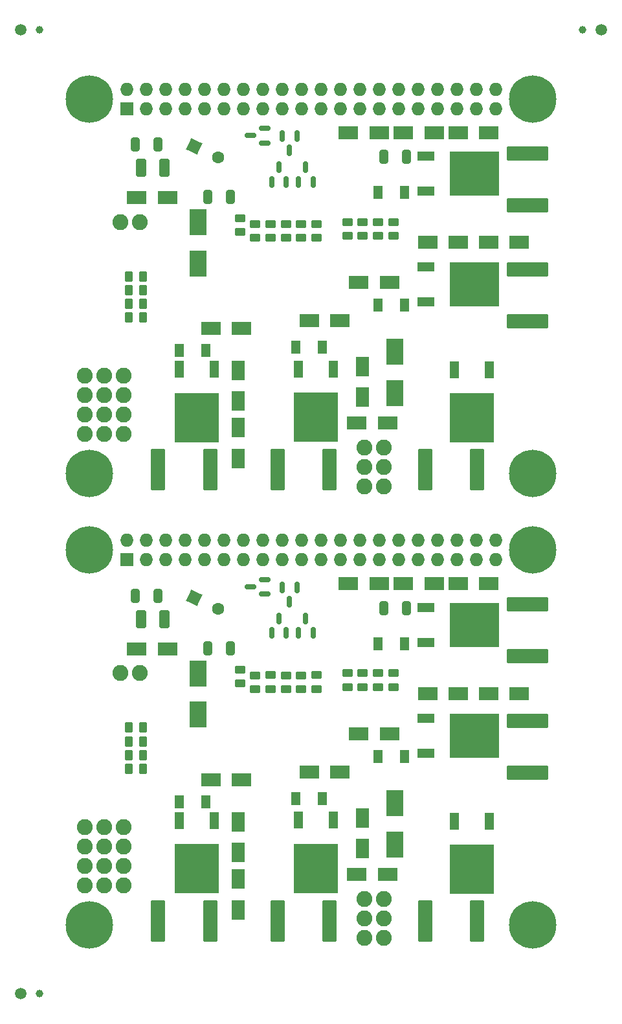
<source format=gbs>
G04 #@! TF.GenerationSoftware,KiCad,Pcbnew,6.0.7+dfsg-1+b1*
G04 #@! TF.CreationDate,2022-09-08T22:48:16+01:00*
G04 #@! TF.ProjectId,panel,70616e65-6c2e-46b6-9963-61645f706362,rev?*
G04 #@! TF.SameCoordinates,Original*
G04 #@! TF.FileFunction,Soldermask,Bot*
G04 #@! TF.FilePolarity,Negative*
%FSLAX46Y46*%
G04 Gerber Fmt 4.6, Leading zero omitted, Abs format (unit mm)*
G04 Created by KiCad (PCBNEW 6.0.7+dfsg-1+b1) date 2022-09-08 22:48:16*
%MOMM*%
%LPD*%
G01*
G04 APERTURE LIST*
G04 Aperture macros list*
%AMRoundRect*
0 Rectangle with rounded corners*
0 $1 Rounding radius*
0 $2 $3 $4 $5 $6 $7 $8 $9 X,Y pos of 4 corners*
0 Add a 4 corners polygon primitive as box body*
4,1,4,$2,$3,$4,$5,$6,$7,$8,$9,$2,$3,0*
0 Add four circle primitives for the rounded corners*
1,1,$1+$1,$2,$3*
1,1,$1+$1,$4,$5*
1,1,$1+$1,$6,$7*
1,1,$1+$1,$8,$9*
0 Add four rect primitives between the rounded corners*
20,1,$1+$1,$2,$3,$4,$5,0*
20,1,$1+$1,$4,$5,$6,$7,0*
20,1,$1+$1,$6,$7,$8,$9,0*
20,1,$1+$1,$8,$9,$2,$3,0*%
%AMRotRect*
0 Rectangle, with rotation*
0 The origin of the aperture is its center*
0 $1 length*
0 $2 width*
0 $3 Rotation angle, in degrees counterclockwise*
0 Add horizontal line*
21,1,$1,$2,0,0,$3*%
G04 Aperture macros list end*
%ADD10C,1.500000*%
%ADD11C,6.200000*%
%ADD12C,2.082800*%
%ADD13R,1.727200X1.727200*%
%ADD14O,1.727200X1.727200*%
%ADD15RoundRect,0.250000X0.262500X0.450000X-0.262500X0.450000X-0.262500X-0.450000X0.262500X-0.450000X0*%
%ADD16R,2.500000X1.800000*%
%ADD17RoundRect,0.250000X-0.450000X0.262500X-0.450000X-0.262500X0.450000X-0.262500X0.450000X0.262500X0*%
%ADD18RoundRect,0.250000X0.325000X0.650000X-0.325000X0.650000X-0.325000X-0.650000X0.325000X-0.650000X0*%
%ADD19R,1.300000X1.700000*%
%ADD20C,1.000000*%
%ADD21RoundRect,0.250000X-2.475000X0.712500X-2.475000X-0.712500X2.475000X-0.712500X2.475000X0.712500X0*%
%ADD22R,2.300000X3.500000*%
%ADD23R,1.800000X2.500000*%
%ADD24RotRect,1.600000X1.600000X335.000000*%
%ADD25C,1.600000*%
%ADD26RoundRect,0.150000X0.150000X-0.587500X0.150000X0.587500X-0.150000X0.587500X-0.150000X-0.587500X0*%
%ADD27RoundRect,0.250000X-0.325000X-0.650000X0.325000X-0.650000X0.325000X0.650000X-0.325000X0.650000X0*%
%ADD28RoundRect,0.150000X-0.150000X0.587500X-0.150000X-0.587500X0.150000X-0.587500X0.150000X0.587500X0*%
%ADD29RoundRect,0.250000X-0.412500X-0.925000X0.412500X-0.925000X0.412500X0.925000X-0.412500X0.925000X0*%
%ADD30RoundRect,0.150000X0.587500X0.150000X-0.587500X0.150000X-0.587500X-0.150000X0.587500X-0.150000X0*%
%ADD31R,1.200000X2.200000*%
%ADD32R,5.800000X6.400000*%
%ADD33RoundRect,0.250000X0.712500X2.475000X-0.712500X2.475000X-0.712500X-2.475000X0.712500X-2.475000X0*%
%ADD34R,2.200000X1.200000*%
%ADD35R,6.400000X5.800000*%
%ADD36RoundRect,0.250000X-0.712500X-2.475000X0.712500X-2.475000X0.712500X2.475000X-0.712500X2.475000X0*%
G04 APERTURE END LIST*
D10*
X17500000Y-143500000D03*
D11*
X84500000Y-26500000D03*
D10*
X17500000Y-17500000D03*
X93500000Y-17500000D03*
D12*
X64999379Y-77206800D03*
X62459379Y-77206800D03*
X64999379Y-74666800D03*
X62459379Y-74666800D03*
X64999379Y-72126800D03*
X62459379Y-72126800D03*
D13*
X31370000Y-27770000D03*
D14*
X31370000Y-25230000D03*
X33910000Y-27770000D03*
X33910000Y-25230000D03*
X36450000Y-27770000D03*
X36450000Y-25230000D03*
X38990000Y-27770000D03*
X38990000Y-25230000D03*
X41530000Y-27770000D03*
X41530000Y-25230000D03*
X44070000Y-27770000D03*
X44070000Y-25230000D03*
X46610000Y-27770000D03*
X46610000Y-25230000D03*
X49150000Y-27770000D03*
X49150000Y-25230000D03*
X51690000Y-27770000D03*
X51690000Y-25230000D03*
X54230000Y-27770000D03*
X54230000Y-25230000D03*
X56770000Y-27770000D03*
X56770000Y-25230000D03*
X59310000Y-27770000D03*
X59310000Y-25230000D03*
X61850000Y-27770000D03*
X61850000Y-25230000D03*
X64390000Y-27770000D03*
X64390000Y-25230000D03*
X66930000Y-27770000D03*
X66930000Y-25230000D03*
X69470000Y-27770000D03*
X69470000Y-25230000D03*
X72010000Y-27770000D03*
X72010000Y-25230000D03*
X74550000Y-27770000D03*
X74550000Y-25230000D03*
X77090000Y-27770000D03*
X77090000Y-25230000D03*
X79630000Y-27770000D03*
X79630000Y-25230000D03*
D11*
X84500000Y-75500000D03*
D12*
X33140000Y-42590000D03*
X30600000Y-42590000D03*
D13*
X31370000Y-86770000D03*
D14*
X31370000Y-84230000D03*
X33910000Y-86770000D03*
X33910000Y-84230000D03*
X36450000Y-86770000D03*
X36450000Y-84230000D03*
X38990000Y-86770000D03*
X38990000Y-84230000D03*
X41530000Y-86770000D03*
X41530000Y-84230000D03*
X44070000Y-86770000D03*
X44070000Y-84230000D03*
X46610000Y-86770000D03*
X46610000Y-84230000D03*
X49150000Y-86770000D03*
X49150000Y-84230000D03*
X51690000Y-86770000D03*
X51690000Y-84230000D03*
X54230000Y-86770000D03*
X54230000Y-84230000D03*
X56770000Y-86770000D03*
X56770000Y-84230000D03*
X59310000Y-86770000D03*
X59310000Y-84230000D03*
X61850000Y-86770000D03*
X61850000Y-84230000D03*
X64390000Y-86770000D03*
X64390000Y-84230000D03*
X66930000Y-86770000D03*
X66930000Y-84230000D03*
X69470000Y-86770000D03*
X69470000Y-84230000D03*
X72010000Y-86770000D03*
X72010000Y-84230000D03*
X74550000Y-86770000D03*
X74550000Y-84230000D03*
X77090000Y-86770000D03*
X77090000Y-84230000D03*
X79630000Y-86770000D03*
X79630000Y-84230000D03*
D11*
X84500000Y-85500000D03*
X84500000Y-134500000D03*
D12*
X31020000Y-129290000D03*
X28480000Y-129290000D03*
X31020000Y-126750000D03*
X28480000Y-126750000D03*
X31020000Y-124210000D03*
X28480000Y-124210000D03*
X31020000Y-121670000D03*
X28480000Y-121670000D03*
D11*
X26500000Y-26500000D03*
D12*
X64999379Y-136206800D03*
X62459379Y-136206800D03*
X64999379Y-133666800D03*
X62459379Y-133666800D03*
X64999379Y-131126800D03*
X62459379Y-131126800D03*
D11*
X26500000Y-85500000D03*
D12*
X33140000Y-101590000D03*
X30600000Y-101590000D03*
X31020000Y-70290000D03*
X28480000Y-70290000D03*
X31020000Y-67750000D03*
X28480000Y-67750000D03*
X31020000Y-65210000D03*
X28480000Y-65210000D03*
X31020000Y-62670000D03*
X28480000Y-62670000D03*
X25920000Y-62670000D03*
X25920000Y-65210000D03*
X25920000Y-67750000D03*
X25920000Y-70290000D03*
D11*
X26500000Y-75500000D03*
D12*
X25920000Y-121670000D03*
X25920000Y-124210000D03*
X25920000Y-126750000D03*
X25920000Y-129290000D03*
D11*
X26500000Y-134500000D03*
D15*
X33512500Y-49700000D03*
X31687500Y-49700000D03*
D16*
X46375000Y-115500000D03*
X42375000Y-115500000D03*
D17*
X64250000Y-101587500D03*
X64250000Y-103412500D03*
X60250000Y-42587500D03*
X60250000Y-44412500D03*
D18*
X44975000Y-98300000D03*
X42025000Y-98300000D03*
D19*
X57000000Y-59000000D03*
X53500000Y-59000000D03*
D20*
X91000000Y-17500000D03*
D18*
X67975000Y-93100000D03*
X65025000Y-93100000D03*
D21*
X83800000Y-92612500D03*
X83800000Y-99387500D03*
D16*
X78750000Y-45250000D03*
X82750000Y-45250000D03*
D17*
X54200000Y-42850000D03*
X54200000Y-44675000D03*
X48200000Y-42850000D03*
X48200000Y-44675000D03*
D22*
X40700000Y-42600000D03*
X40700000Y-48000000D03*
D16*
X46375000Y-56500000D03*
X42375000Y-56500000D03*
D23*
X46000000Y-69500000D03*
X46000000Y-73500000D03*
D17*
X66250000Y-101587500D03*
X66250000Y-103412500D03*
X60250000Y-101587500D03*
X60250000Y-103412500D03*
D22*
X66500000Y-59550000D03*
X66500000Y-64950000D03*
D24*
X40200000Y-91700000D03*
D25*
X43372077Y-93179164D03*
D16*
X70750000Y-104250000D03*
X74750000Y-104250000D03*
D26*
X55750000Y-37337500D03*
X53850000Y-37337500D03*
X54800000Y-35462500D03*
D23*
X62250000Y-120500000D03*
X62250000Y-124500000D03*
D27*
X32525000Y-91500000D03*
X35475000Y-91500000D03*
D16*
X59250000Y-55500000D03*
X55250000Y-55500000D03*
D23*
X46000000Y-128500000D03*
X46000000Y-132500000D03*
D28*
X51750000Y-90362500D03*
X53650000Y-90362500D03*
X52700000Y-92237500D03*
D15*
X33512500Y-53300000D03*
X31687500Y-53300000D03*
D29*
X33262500Y-94500000D03*
X36337500Y-94500000D03*
D23*
X62250000Y-61500000D03*
X62250000Y-65500000D03*
D30*
X49437500Y-89350000D03*
X49437500Y-91250000D03*
X47562500Y-90300000D03*
D16*
X61500000Y-68900000D03*
X65500000Y-68900000D03*
D31*
X74220000Y-61900000D03*
D32*
X76500000Y-68200000D03*
D31*
X78780000Y-61900000D03*
D21*
X83800000Y-107812500D03*
X83800000Y-114587500D03*
D16*
X67600000Y-30900000D03*
X71600000Y-30900000D03*
D18*
X44975000Y-39300000D03*
X42025000Y-39300000D03*
D19*
X57000000Y-118000000D03*
X53500000Y-118000000D03*
D27*
X32525000Y-32500000D03*
X35475000Y-32500000D03*
D17*
X56200000Y-101837500D03*
X56200000Y-103662500D03*
X64250000Y-42587500D03*
X64250000Y-44412500D03*
D19*
X41750000Y-118400000D03*
X38250000Y-118400000D03*
D17*
X50200000Y-101837500D03*
X50200000Y-103662500D03*
D33*
X42287500Y-134000000D03*
X35512500Y-134000000D03*
D16*
X70750000Y-45250000D03*
X74750000Y-45250000D03*
X64400000Y-30900000D03*
X60400000Y-30900000D03*
D17*
X46200000Y-101087500D03*
X46200000Y-102912500D03*
D33*
X57887500Y-75000000D03*
X51112500Y-75000000D03*
D34*
X70550000Y-112030000D03*
D35*
X76850000Y-109750000D03*
D34*
X70550000Y-107470000D03*
D16*
X64400000Y-89900000D03*
X60400000Y-89900000D03*
D17*
X48200000Y-101850000D03*
X48200000Y-103675000D03*
D26*
X55750000Y-96337500D03*
X53850000Y-96337500D03*
X54800000Y-94462500D03*
D31*
X53845000Y-61800000D03*
D32*
X56125000Y-68100000D03*
D31*
X58405000Y-61800000D03*
D16*
X74750000Y-30900000D03*
X78750000Y-30900000D03*
D18*
X67975000Y-34100000D03*
X65025000Y-34100000D03*
D31*
X38270000Y-61850000D03*
D32*
X40550000Y-68150000D03*
D31*
X42830000Y-61850000D03*
D17*
X66250000Y-42587500D03*
X66250000Y-44412500D03*
D22*
X40700000Y-101600000D03*
X40700000Y-107000000D03*
D17*
X56200000Y-42837500D03*
X56200000Y-44662500D03*
D21*
X83800000Y-48812500D03*
X83800000Y-55587500D03*
D16*
X32700000Y-39400000D03*
X36700000Y-39400000D03*
D15*
X33512500Y-114100000D03*
X31687500Y-114100000D03*
D20*
X20000000Y-17500000D03*
D36*
X70412500Y-75000000D03*
X77187500Y-75000000D03*
D15*
X33512500Y-51500000D03*
X31687500Y-51500000D03*
D20*
X20000000Y-143500000D03*
D17*
X62250000Y-101587500D03*
X62250000Y-103412500D03*
D22*
X66500000Y-118550000D03*
X66500000Y-123950000D03*
D16*
X61500000Y-127900000D03*
X65500000Y-127900000D03*
D19*
X64250000Y-97750000D03*
X67750000Y-97750000D03*
D21*
X83800000Y-33612500D03*
X83800000Y-40387500D03*
D28*
X51750000Y-31362500D03*
X53650000Y-31362500D03*
X52700000Y-33237500D03*
D19*
X41750000Y-59400000D03*
X38250000Y-59400000D03*
X64250000Y-112500000D03*
X67750000Y-112500000D03*
D15*
X33512500Y-55100000D03*
X31687500Y-55100000D03*
D33*
X42287500Y-75000000D03*
X35512500Y-75000000D03*
D31*
X74220000Y-120900000D03*
D32*
X76500000Y-127200000D03*
D31*
X78780000Y-120900000D03*
X53845000Y-120800000D03*
D32*
X56125000Y-127100000D03*
D31*
X58405000Y-120800000D03*
D24*
X40200000Y-32700000D03*
D25*
X43372077Y-34179164D03*
D17*
X62250000Y-42587500D03*
X62250000Y-44412500D03*
D23*
X46000000Y-121000000D03*
X46000000Y-125000000D03*
D17*
X52200000Y-42850000D03*
X52200000Y-44675000D03*
D19*
X64250000Y-38750000D03*
X67750000Y-38750000D03*
D17*
X46200000Y-42087500D03*
X46200000Y-43912500D03*
D15*
X33512500Y-110500000D03*
X31687500Y-110500000D03*
D31*
X38270000Y-120850000D03*
D32*
X40550000Y-127150000D03*
D31*
X42830000Y-120850000D03*
D17*
X52200000Y-101850000D03*
X52200000Y-103675000D03*
X50200000Y-42837500D03*
X50200000Y-44662500D03*
D15*
X33512500Y-108700000D03*
X31687500Y-108700000D03*
D26*
X52250000Y-96337500D03*
X50350000Y-96337500D03*
X51300000Y-94462500D03*
D17*
X54200000Y-101850000D03*
X54200000Y-103675000D03*
D16*
X32700000Y-98400000D03*
X36700000Y-98400000D03*
X59250000Y-114500000D03*
X55250000Y-114500000D03*
X65750000Y-50500000D03*
X61750000Y-50500000D03*
D30*
X49437500Y-30350000D03*
X49437500Y-32250000D03*
X47562500Y-31300000D03*
D33*
X57887500Y-134000000D03*
X51112500Y-134000000D03*
D16*
X65750000Y-109500000D03*
X61750000Y-109500000D03*
X67600000Y-89900000D03*
X71600000Y-89900000D03*
X74750000Y-89900000D03*
X78750000Y-89900000D03*
X78750000Y-104250000D03*
X82750000Y-104250000D03*
D36*
X70412500Y-134000000D03*
X77187500Y-134000000D03*
D34*
X70550000Y-97530000D03*
D35*
X76850000Y-95250000D03*
D34*
X70550000Y-92970000D03*
X70550000Y-38530000D03*
D35*
X76850000Y-36250000D03*
D34*
X70550000Y-33970000D03*
D29*
X33262500Y-35500000D03*
X36337500Y-35500000D03*
D15*
X33512500Y-112300000D03*
X31687500Y-112300000D03*
D23*
X46000000Y-62000000D03*
X46000000Y-66000000D03*
D26*
X52250000Y-37337500D03*
X50350000Y-37337500D03*
X51300000Y-35462500D03*
D34*
X70550000Y-53030000D03*
D35*
X76850000Y-50750000D03*
D34*
X70550000Y-48470000D03*
D19*
X64250000Y-53500000D03*
X67750000Y-53500000D03*
M02*

</source>
